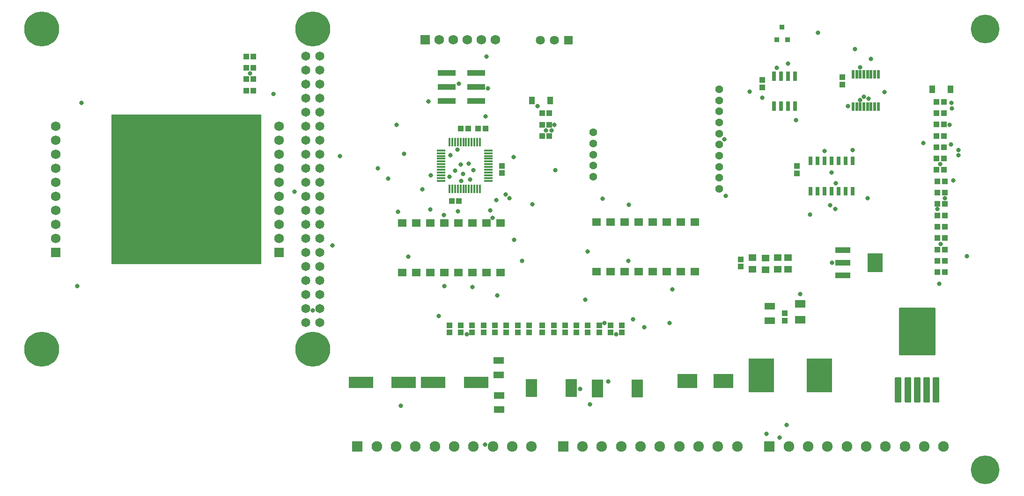
<source format=gts>
G04*
G04 #@! TF.GenerationSoftware,Altium Limited,Altium Designer,20.0.13 (296)*
G04*
G04 Layer_Color=8388736*
%FSLAX25Y25*%
%MOIN*%
G70*
G01*
G75*
%ADD46R,0.11130X0.04437*%
%ADD47R,0.11130X0.13492*%
%ADD48R,0.04240X0.03847*%
%ADD49R,0.05224X0.04831*%
G04:AMPARAMS|DCode=50|XSize=258.94mil|YSize=339.65mil|CornerRadius=5.04mil|HoleSize=0mil|Usage=FLASHONLY|Rotation=180.000|XOffset=0mil|YOffset=0mil|HoleType=Round|Shape=RoundedRectangle|*
%AMROUNDEDRECTD50*
21,1,0.25894,0.32957,0,0,180.0*
21,1,0.24886,0.33965,0,0,180.0*
1,1,0.01008,-0.12443,0.16478*
1,1,0.01008,0.12443,0.16478*
1,1,0.01008,0.12443,-0.16478*
1,1,0.01008,-0.12443,-0.16478*
%
%ADD50ROUNDEDRECTD50*%
G04:AMPARAMS|DCode=51|XSize=46.34mil|YSize=180.2mil|CornerRadius=4.57mil|HoleSize=0mil|Usage=FLASHONLY|Rotation=180.000|XOffset=0mil|YOffset=0mil|HoleType=Round|Shape=RoundedRectangle|*
%AMROUNDEDRECTD51*
21,1,0.04634,0.17106,0,0,180.0*
21,1,0.03720,0.18020,0,0,180.0*
1,1,0.00913,-0.01860,0.08553*
1,1,0.00913,0.01860,0.08553*
1,1,0.00913,0.01860,-0.08553*
1,1,0.00913,-0.01860,-0.08553*
%
%ADD51ROUNDEDRECTD51*%
%ADD52R,0.08374X0.12508*%
%ADD53R,0.18217X0.24122*%
%ADD54R,0.14279X0.10343*%
%ADD55R,0.17823X0.07980*%
%ADD56R,0.07193X0.04831*%
%ADD57R,0.04437X0.04043*%
%ADD58R,0.07587X0.05618*%
%ADD59R,0.03847X0.04240*%
%ADD60R,0.06307X0.01681*%
%ADD61R,0.01681X0.06307*%
%ADD62R,0.04240X0.04437*%
%ADD63R,0.04437X0.04240*%
%ADD64R,0.12705X0.04437*%
%ADD65R,0.04098X0.05299*%
%ADD66R,0.04043X0.04437*%
G04:AMPARAMS|DCode=67|XSize=28.62mil|YSize=62.09mil|CornerRadius=4.51mil|HoleSize=0mil|Usage=FLASHONLY|Rotation=180.000|XOffset=0mil|YOffset=0mil|HoleType=Round|Shape=RoundedRectangle|*
%AMROUNDEDRECTD67*
21,1,0.02862,0.05307,0,0,180.0*
21,1,0.01961,0.06209,0,0,180.0*
1,1,0.00902,-0.00980,0.02653*
1,1,0.00902,0.00980,0.02653*
1,1,0.00902,0.00980,-0.02653*
1,1,0.00902,-0.00980,-0.02653*
%
%ADD67ROUNDEDRECTD67*%
%ADD68R,0.03059X0.06504*%
%ADD69R,0.03571X0.03571*%
%ADD70R,0.02272X0.06307*%
%ADD71R,0.06406X0.05618*%
%ADD72C,0.06500*%
%ADD73C,0.24910*%
%ADD74C,0.20500*%
%ADD75R,1.06799X1.06799*%
%ADD76C,0.06799*%
%ADD77R,0.06799X0.06799*%
%ADD78R,0.06406X0.06406*%
%ADD79C,0.06406*%
%ADD80R,0.06799X0.06799*%
%ADD81R,0.07587X0.07587*%
%ADD82C,0.07587*%
%ADD83C,0.05618*%
%ADD84C,0.03256*%
D46*
X687205Y277559D02*
D03*
Y268504D02*
D03*
Y259449D02*
D03*
D47*
X710433Y268504D02*
D03*
D48*
X614567Y265748D02*
D03*
Y270866D02*
D03*
X513854Y218886D02*
D03*
Y224004D02*
D03*
X505752D02*
D03*
Y218886D02*
D03*
X530059Y224004D02*
D03*
Y218886D02*
D03*
X521957D02*
D03*
Y224004D02*
D03*
X481445D02*
D03*
Y218886D02*
D03*
X473343D02*
D03*
Y224004D02*
D03*
X497650D02*
D03*
Y218886D02*
D03*
X489547Y224004D02*
D03*
Y218886D02*
D03*
X447713D02*
D03*
Y224004D02*
D03*
X439610Y218886D02*
D03*
Y224004D02*
D03*
X463917D02*
D03*
Y218886D02*
D03*
X455815Y224004D02*
D03*
Y218886D02*
D03*
X415303D02*
D03*
Y224004D02*
D03*
X407201Y218886D02*
D03*
Y224004D02*
D03*
X431508Y218886D02*
D03*
Y224004D02*
D03*
X423406Y218886D02*
D03*
Y224004D02*
D03*
D49*
X622835Y272244D02*
D03*
Y263976D02*
D03*
X632283Y263583D02*
D03*
Y271850D02*
D03*
X640901Y272047D02*
D03*
Y263780D02*
D03*
X648425Y272047D02*
D03*
Y263780D02*
D03*
D50*
X740157Y219488D02*
D03*
D51*
X753543Y177953D02*
D03*
X746850D02*
D03*
X740157D02*
D03*
X733465D02*
D03*
X726772D02*
D03*
D52*
X494094Y179134D02*
D03*
X465748D02*
D03*
X540945Y178740D02*
D03*
X512598D02*
D03*
D53*
X629331Y188189D02*
D03*
X670669D02*
D03*
D54*
X602165Y184252D02*
D03*
X576575D02*
D03*
D55*
X395768Y183071D02*
D03*
X426280D02*
D03*
X344193D02*
D03*
X374705D02*
D03*
D56*
X442126Y188583D02*
D03*
Y198819D02*
D03*
X635433Y227165D02*
D03*
Y237402D02*
D03*
X442520Y163780D02*
D03*
Y174016D02*
D03*
D57*
X646063Y227264D02*
D03*
Y232579D02*
D03*
X629921Y393406D02*
D03*
Y398720D02*
D03*
X654724Y332087D02*
D03*
Y337402D02*
D03*
X687008Y400689D02*
D03*
Y395374D02*
D03*
D58*
X657087Y239173D02*
D03*
Y227756D02*
D03*
D59*
X267705Y415634D02*
D03*
X262587D02*
D03*
X267705Y407532D02*
D03*
X262587D02*
D03*
X267705Y391327D02*
D03*
X262587D02*
D03*
X267705Y399429D02*
D03*
X262587D02*
D03*
X478335Y358846D02*
D03*
X473217D02*
D03*
X478335Y366949D02*
D03*
X473217D02*
D03*
X478335Y375051D02*
D03*
X473217D02*
D03*
X759831Y326602D02*
D03*
X754713D02*
D03*
X759831Y261783D02*
D03*
X754713D02*
D03*
X759831Y286091D02*
D03*
X754713D02*
D03*
X759831Y277988D02*
D03*
X754713D02*
D03*
Y269886D02*
D03*
X759831D02*
D03*
Y294193D02*
D03*
X754713D02*
D03*
X759831Y318500D02*
D03*
X754713D02*
D03*
X759831Y310398D02*
D03*
X754713D02*
D03*
X759831Y302295D02*
D03*
X754713D02*
D03*
D60*
X401425Y348622D02*
D03*
Y346654D02*
D03*
Y344685D02*
D03*
Y342717D02*
D03*
Y340748D02*
D03*
Y338780D02*
D03*
Y336811D02*
D03*
Y334843D02*
D03*
Y332874D02*
D03*
Y330906D02*
D03*
Y328937D02*
D03*
Y326969D02*
D03*
X434795D02*
D03*
Y328937D02*
D03*
Y330906D02*
D03*
Y332874D02*
D03*
Y334843D02*
D03*
Y336811D02*
D03*
Y338780D02*
D03*
Y340748D02*
D03*
Y342717D02*
D03*
Y344685D02*
D03*
Y346654D02*
D03*
Y348622D02*
D03*
D61*
X407283Y321110D02*
D03*
X409252D02*
D03*
X411220D02*
D03*
X413189D02*
D03*
X415157D02*
D03*
X417126D02*
D03*
X419094D02*
D03*
X421063D02*
D03*
X423032D02*
D03*
X425000D02*
D03*
X426969D02*
D03*
X428937D02*
D03*
Y354480D02*
D03*
X426969D02*
D03*
X425000D02*
D03*
X423032D02*
D03*
X421063D02*
D03*
X419094D02*
D03*
X417126D02*
D03*
X415157D02*
D03*
X413189D02*
D03*
X411220D02*
D03*
X409252D02*
D03*
X407283D02*
D03*
D62*
X408858Y312598D02*
D03*
X413976D02*
D03*
X420472Y364173D02*
D03*
X415354D02*
D03*
D63*
X444488Y332480D02*
D03*
Y337598D02*
D03*
D64*
X426378Y383701D02*
D03*
X405118D02*
D03*
X426378Y393701D02*
D03*
Y403701D02*
D03*
X405118Y393701D02*
D03*
Y403701D02*
D03*
D65*
X478872Y384039D02*
D03*
X465972D02*
D03*
X751030Y392126D02*
D03*
X763930D02*
D03*
D66*
X432972Y364173D02*
D03*
X427657D02*
D03*
X754102Y350909D02*
D03*
X759417D02*
D03*
X754102Y359012D02*
D03*
X759417D02*
D03*
X754102Y334705D02*
D03*
X759417D02*
D03*
X754102Y342807D02*
D03*
X759417D02*
D03*
X754102Y383319D02*
D03*
X759417D02*
D03*
X754102Y375217D02*
D03*
X759417D02*
D03*
X754102Y367114D02*
D03*
X759417D02*
D03*
D67*
X664134Y319587D02*
D03*
X669134D02*
D03*
X674134D02*
D03*
X679134D02*
D03*
X684134D02*
D03*
X689134D02*
D03*
X694134D02*
D03*
X664134Y341043D02*
D03*
X669134D02*
D03*
X674134D02*
D03*
X679134D02*
D03*
X684134D02*
D03*
X689134D02*
D03*
X694134D02*
D03*
D68*
X638150Y401575D02*
D03*
X643150D02*
D03*
X648150D02*
D03*
X653150D02*
D03*
Y380220D02*
D03*
X648150D02*
D03*
X643150D02*
D03*
X638150D02*
D03*
D69*
X640354Y427382D02*
D03*
X647835D02*
D03*
X644094Y436398D02*
D03*
D70*
X694587Y379772D02*
D03*
X697146D02*
D03*
X699705D02*
D03*
X702264D02*
D03*
X704823D02*
D03*
X707382D02*
D03*
X709941D02*
D03*
X712500D02*
D03*
Y402906D02*
D03*
X709941D02*
D03*
X707382D02*
D03*
X704823D02*
D03*
X702264D02*
D03*
X699705D02*
D03*
X697146D02*
D03*
X694587D02*
D03*
D71*
X511850Y262205D02*
D03*
X521850D02*
D03*
X531850D02*
D03*
X541850D02*
D03*
X551850D02*
D03*
X561850D02*
D03*
X571850D02*
D03*
X581850D02*
D03*
X511850Y297638D02*
D03*
X521850D02*
D03*
X531850D02*
D03*
X541850D02*
D03*
X551850D02*
D03*
X561850D02*
D03*
X571850D02*
D03*
X581850D02*
D03*
X373661Y261417D02*
D03*
X383661D02*
D03*
X393661D02*
D03*
X403661D02*
D03*
X413661D02*
D03*
X423661D02*
D03*
X433661D02*
D03*
X443661D02*
D03*
X373661Y296850D02*
D03*
X383661D02*
D03*
X393661D02*
D03*
X403661D02*
D03*
X413661D02*
D03*
X423661D02*
D03*
X433661D02*
D03*
X443661D02*
D03*
D72*
X315000Y226000D02*
D03*
Y236000D02*
D03*
Y246000D02*
D03*
Y256000D02*
D03*
Y266000D02*
D03*
Y276000D02*
D03*
X305000Y226000D02*
D03*
Y236000D02*
D03*
Y246000D02*
D03*
Y256000D02*
D03*
Y266000D02*
D03*
Y276000D02*
D03*
X315000Y286000D02*
D03*
X305000D02*
D03*
X315000Y296000D02*
D03*
Y306000D02*
D03*
Y316000D02*
D03*
Y326000D02*
D03*
Y336000D02*
D03*
Y346000D02*
D03*
X305000Y296000D02*
D03*
Y306000D02*
D03*
Y316000D02*
D03*
Y326000D02*
D03*
Y336000D02*
D03*
Y346000D02*
D03*
X315000Y356000D02*
D03*
X305000D02*
D03*
X315000Y366000D02*
D03*
Y376000D02*
D03*
Y386000D02*
D03*
Y396000D02*
D03*
Y406000D02*
D03*
Y416000D02*
D03*
X305000Y366000D02*
D03*
Y376000D02*
D03*
Y386000D02*
D03*
Y396000D02*
D03*
Y406000D02*
D03*
Y416000D02*
D03*
D73*
X310000Y435173D02*
D03*
Y206827D02*
D03*
X117087D02*
D03*
Y435173D02*
D03*
D74*
X788583D02*
D03*
Y120866D02*
D03*
D75*
X220000Y321000D02*
D03*
D76*
X419843Y427559D02*
D03*
X399843D02*
D03*
X409843D02*
D03*
X429843D02*
D03*
X439843D02*
D03*
X286087Y366000D02*
D03*
Y356000D02*
D03*
Y326000D02*
D03*
Y306000D02*
D03*
Y286000D02*
D03*
Y296000D02*
D03*
Y316000D02*
D03*
Y336000D02*
D03*
Y346000D02*
D03*
X127031Y365961D02*
D03*
Y355961D02*
D03*
Y325961D02*
D03*
Y305961D02*
D03*
Y285961D02*
D03*
Y295961D02*
D03*
Y315961D02*
D03*
Y335961D02*
D03*
Y345961D02*
D03*
D77*
X389843Y427559D02*
D03*
D78*
X491890Y427165D02*
D03*
D79*
X481890D02*
D03*
X471890D02*
D03*
D80*
X286087Y276000D02*
D03*
X127031Y275961D02*
D03*
D81*
X635039Y137402D02*
D03*
X488189D02*
D03*
X341732D02*
D03*
D82*
X648819D02*
D03*
X662598D02*
D03*
X676378D02*
D03*
X690157D02*
D03*
X703937D02*
D03*
X717717D02*
D03*
X731496D02*
D03*
X745276D02*
D03*
X759055D02*
D03*
X501969D02*
D03*
X515748D02*
D03*
X529528D02*
D03*
X543307D02*
D03*
X557087D02*
D03*
X570866D02*
D03*
X584646D02*
D03*
X598425D02*
D03*
X612205D02*
D03*
X355512D02*
D03*
X369291D02*
D03*
X383071D02*
D03*
X396850D02*
D03*
X410630D02*
D03*
X424409D02*
D03*
X438189D02*
D03*
X451969D02*
D03*
X465748D02*
D03*
D83*
X509449Y361417D02*
D03*
Y353543D02*
D03*
Y345669D02*
D03*
Y337795D02*
D03*
Y329921D02*
D03*
X599213Y321260D02*
D03*
Y329134D02*
D03*
Y337008D02*
D03*
Y344882D02*
D03*
Y352756D02*
D03*
Y360630D02*
D03*
Y368504D02*
D03*
Y376378D02*
D03*
Y384252D02*
D03*
Y392126D02*
D03*
D84*
X503937Y242126D02*
D03*
X679504Y268504D02*
D03*
X657100Y246100D02*
D03*
X403200Y302400D02*
D03*
X145200Y382500D02*
D03*
X310000Y234600D02*
D03*
X372500Y166500D02*
D03*
X648150Y410400D02*
D03*
X744600Y353700D02*
D03*
X640354Y407554D02*
D03*
X356400Y336000D02*
D03*
X621000Y390400D02*
D03*
X407400Y329900D02*
D03*
X296800Y319200D02*
D03*
X507300Y167500D02*
D03*
X399700Y230400D02*
D03*
X393661Y306600D02*
D03*
X466400Y310200D02*
D03*
X520400Y183800D02*
D03*
X403661Y252000D02*
D03*
X423661Y251300D02*
D03*
X453400Y285000D02*
D03*
X438000Y300400D02*
D03*
X441300Y245100D02*
D03*
X436200Y306000D02*
D03*
X387900Y320900D02*
D03*
X378100Y272800D02*
D03*
X142400Y251900D02*
D03*
X421000Y339278D02*
D03*
X421817Y328000D02*
D03*
X482531Y334500D02*
D03*
X424400D02*
D03*
X764400Y353007D02*
D03*
X699600Y384400D02*
D03*
X763400Y366700D02*
D03*
X702264Y386831D02*
D03*
X765800Y327300D02*
D03*
X664023Y302722D02*
D03*
X759831Y314400D02*
D03*
X705100D02*
D03*
X416800Y331900D02*
D03*
X516298Y314200D02*
D03*
X538100Y228200D02*
D03*
X647203Y152800D02*
D03*
X370600Y304900D02*
D03*
X535100Y309900D02*
D03*
X566000Y249600D02*
D03*
X602800Y356600D02*
D03*
X375000Y346100D02*
D03*
X564100Y225500D02*
D03*
X517600D02*
D03*
X265200Y403500D02*
D03*
X669500Y432400D02*
D03*
X475900Y363000D02*
D03*
X369600Y367000D02*
D03*
X329200Y344400D02*
D03*
X481900Y366949D02*
D03*
X412920Y349300D02*
D03*
X363700Y328500D02*
D03*
X432500Y138700D02*
D03*
X479935Y362900D02*
D03*
X415761Y326900D02*
D03*
X679134Y332800D02*
D03*
X756900Y282000D02*
D03*
X682300Y325100D02*
D03*
X432972Y372800D02*
D03*
X392300Y383400D02*
D03*
X695932Y420700D02*
D03*
X413900Y396200D02*
D03*
X434700Y392900D02*
D03*
X449900Y314521D02*
D03*
X699705Y408000D02*
D03*
X546000Y222600D02*
D03*
X632800Y146400D02*
D03*
X642321Y143900D02*
D03*
X526000Y217400D02*
D03*
X470000Y380100D02*
D03*
X678400Y309400D02*
D03*
X681800Y306800D02*
D03*
X754700D02*
D03*
X694134Y349000D02*
D03*
X654100Y370300D02*
D03*
X413400Y305200D02*
D03*
X440600Y313100D02*
D03*
X604100Y316100D02*
D03*
X629921Y386200D02*
D03*
X775600Y273200D02*
D03*
X756000Y253600D02*
D03*
X419600Y217400D02*
D03*
X500300Y178600D02*
D03*
X281800Y388900D02*
D03*
X505700Y276400D02*
D03*
X407800Y345200D02*
D03*
X452900Y344000D02*
D03*
X705623Y385600D02*
D03*
X764900Y378600D02*
D03*
X769678Y349000D02*
D03*
X716800Y390200D02*
D03*
X764500Y382600D02*
D03*
X690900Y380300D02*
D03*
X756500Y338900D02*
D03*
X769600Y345100D02*
D03*
X674134Y348100D02*
D03*
X411378Y334222D02*
D03*
X447400Y317300D02*
D03*
X458900Y269700D02*
D03*
X534500D02*
D03*
X393800Y330906D02*
D03*
X415122Y338378D02*
D03*
X433600Y415600D02*
D03*
X707200Y413800D02*
D03*
X324100Y280700D02*
D03*
M02*

</source>
